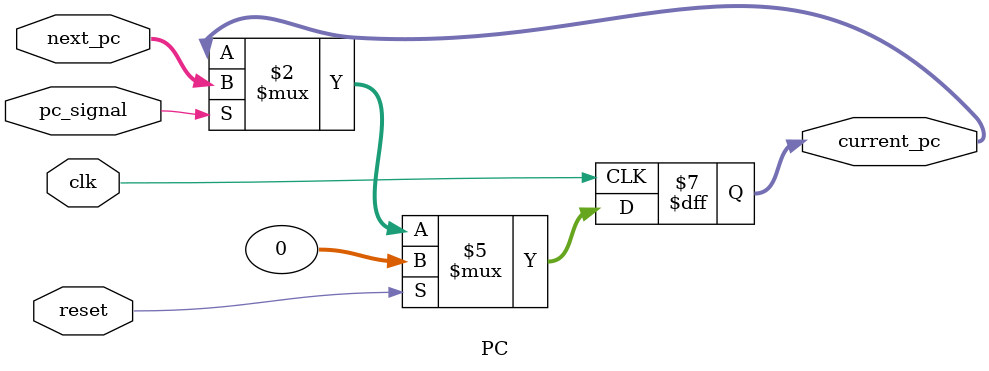
<source format=v>
module PC(input reset,
          input clk,
          input [31:0] next_pc,
          input pc_signal,
          output reg [31:0] current_pc);

    always @(posedge clk) begin
        if (reset) begin
            current_pc <= 0;
        end
        else begin
            if (pc_signal) begin
                current_pc <= next_pc;
            end
        end
    end

endmodule

</source>
